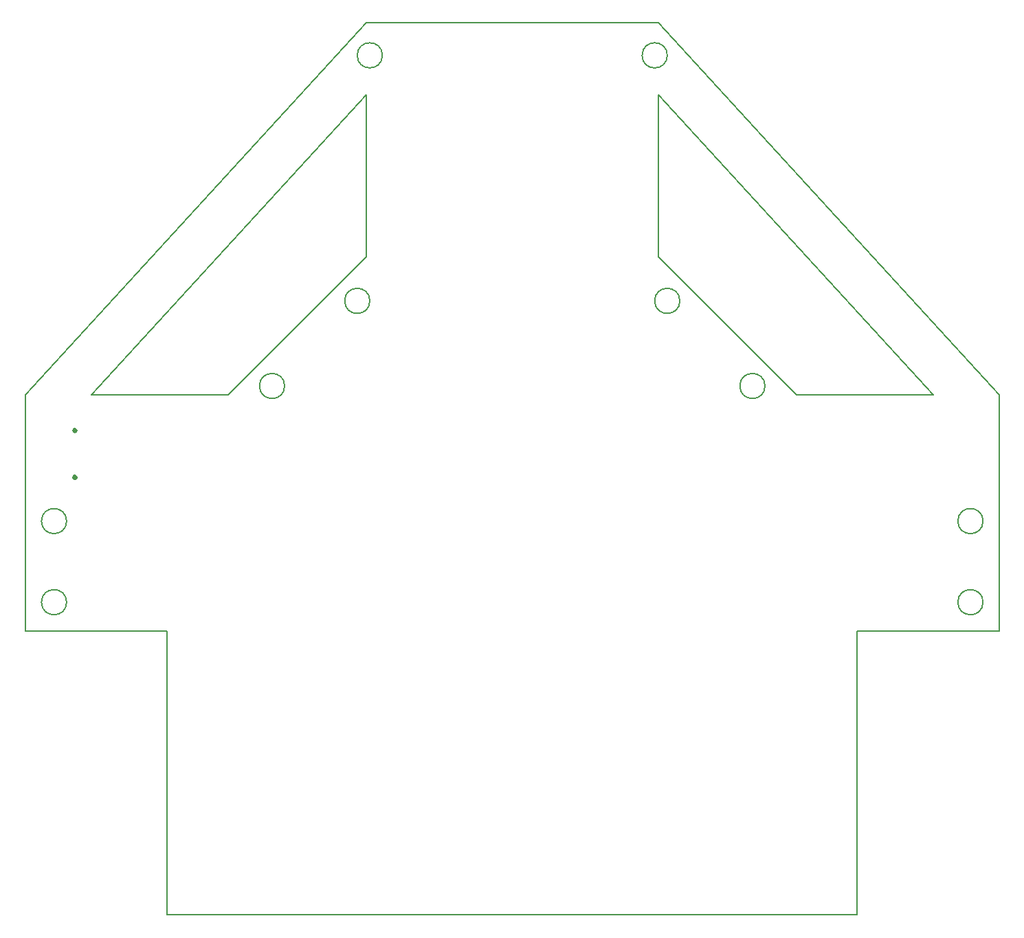
<source format=gbr>
%TF.GenerationSoftware,KiCad,Pcbnew,8.0.1*%
%TF.CreationDate,2024-07-22T13:19:01+02:00*%
%TF.ProjectId,LineFollower_V2,4c696e65-466f-46c6-9c6f-7765725f5632,rev?*%
%TF.SameCoordinates,Original*%
%TF.FileFunction,Profile,NP*%
%FSLAX46Y46*%
G04 Gerber Fmt 4.6, Leading zero omitted, Abs format (unit mm)*
G04 Created by KiCad (PCBNEW 8.0.1) date 2024-07-22 13:19:01*
%MOMM*%
%LPD*%
G01*
G04 APERTURE LIST*
%TA.AperFunction,Profile*%
%ADD10C,0.200000*%
%TD*%
%TA.AperFunction,Profile*%
%ADD11C,0.000000*%
%TD*%
G04 APERTURE END LIST*
D10*
X200000000Y-101950000D02*
G75*
G02*
X196900000Y-101950000I-1550000J0D01*
G01*
X196900000Y-101950000D02*
G75*
G02*
X200000000Y-101950000I1550000J0D01*
G01*
X82000000Y-105500000D02*
X82000000Y-76386560D01*
X160000000Y-30500000D02*
X124000000Y-30500000D01*
X87100000Y-101950000D02*
G75*
G02*
X84000000Y-101950000I-1550000J0D01*
G01*
X84000000Y-101950000D02*
G75*
G02*
X87100000Y-101950000I1550000J0D01*
G01*
X184500000Y-140500000D02*
X99500000Y-140500000D01*
X202000000Y-105500000D02*
X202000000Y-76386560D01*
X113959367Y-75290545D02*
G75*
G02*
X110859367Y-75290545I-1550000J0D01*
G01*
X110859367Y-75290545D02*
G75*
G02*
X113959367Y-75290545I1550000J0D01*
G01*
X99500000Y-140500000D02*
X99500000Y-105500000D01*
X99500000Y-105500000D02*
X82000000Y-105500000D01*
X82000000Y-76386560D02*
X124000000Y-30500000D01*
X161099214Y-34524835D02*
G75*
G02*
X157999214Y-34524835I-1550000J0D01*
G01*
X157999214Y-34524835D02*
G75*
G02*
X161099214Y-34524835I1550000J0D01*
G01*
X184500000Y-140500000D02*
X184500000Y-105500000D01*
X177000000Y-76386560D02*
X160000000Y-59386560D01*
X202000000Y-105500000D02*
X184500000Y-105500000D01*
X162646015Y-64795927D02*
G75*
G02*
X159546015Y-64795927I-1550000J0D01*
G01*
X159546015Y-64795927D02*
G75*
G02*
X162646015Y-64795927I1550000J0D01*
G01*
X87100000Y-91950000D02*
G75*
G02*
X84000000Y-91950000I-1550000J0D01*
G01*
X84000000Y-91950000D02*
G75*
G02*
X87100000Y-91950000I1550000J0D01*
G01*
X124453984Y-64795927D02*
G75*
G02*
X121353984Y-64795927I-1550000J0D01*
G01*
X121353984Y-64795927D02*
G75*
G02*
X124453984Y-64795927I1550000J0D01*
G01*
X107000000Y-76386560D02*
X124000000Y-59386560D01*
X126000786Y-34524835D02*
G75*
G02*
X122900786Y-34524835I-1550000J0D01*
G01*
X122900786Y-34524835D02*
G75*
G02*
X126000786Y-34524835I1550000J0D01*
G01*
X173140633Y-75290545D02*
G75*
G02*
X170040633Y-75290545I-1550000J0D01*
G01*
X170040633Y-75290545D02*
G75*
G02*
X173140633Y-75290545I1550000J0D01*
G01*
X200000000Y-91950000D02*
G75*
G02*
X196900000Y-91950000I-1550000J0D01*
G01*
X196900000Y-91950000D02*
G75*
G02*
X200000000Y-91950000I1550000J0D01*
G01*
X202000000Y-76386560D02*
X160000000Y-30500000D01*
X90133874Y-76386560D02*
X107000000Y-76386560D01*
X124000000Y-59386560D02*
X124000000Y-39386560D01*
X90133874Y-76386560D02*
X124000000Y-39386560D01*
X193866126Y-76386560D02*
X160000000Y-39386560D01*
X193866126Y-76386560D02*
X177000000Y-76386560D01*
X160000000Y-59386560D02*
X160000000Y-39386560D01*
D11*
%TA.AperFunction,Profile*%
%TO.C,USB1*%
G36*
X88220407Y-80457099D02*
G01*
X88318156Y-80513535D01*
X88390708Y-80599999D01*
X88429313Y-80706063D01*
X88429313Y-80818935D01*
X88390708Y-80924999D01*
X88318156Y-81011463D01*
X88220407Y-81067899D01*
X88109250Y-81087499D01*
X87998093Y-81067899D01*
X87900344Y-81011463D01*
X87827792Y-80924999D01*
X87789187Y-80818935D01*
X87789187Y-80706063D01*
X87827792Y-80599999D01*
X87900344Y-80513535D01*
X87998093Y-80457099D01*
X88109250Y-80437499D01*
X88220407Y-80457099D01*
G37*
%TD.AperFunction*%
%TA.AperFunction,Profile*%
G36*
X88220407Y-86237099D02*
G01*
X88318156Y-86293535D01*
X88390708Y-86379999D01*
X88429313Y-86486063D01*
X88429313Y-86598935D01*
X88390708Y-86704999D01*
X88318156Y-86791463D01*
X88220407Y-86847899D01*
X88109250Y-86867499D01*
X87998093Y-86847899D01*
X87900344Y-86791463D01*
X87827792Y-86704999D01*
X87789187Y-86598935D01*
X87789187Y-86486063D01*
X87827792Y-86379999D01*
X87900344Y-86293535D01*
X87998093Y-86237099D01*
X88109250Y-86217499D01*
X88220407Y-86237099D01*
G37*
%TD.AperFunction*%
%TD*%
M02*

</source>
